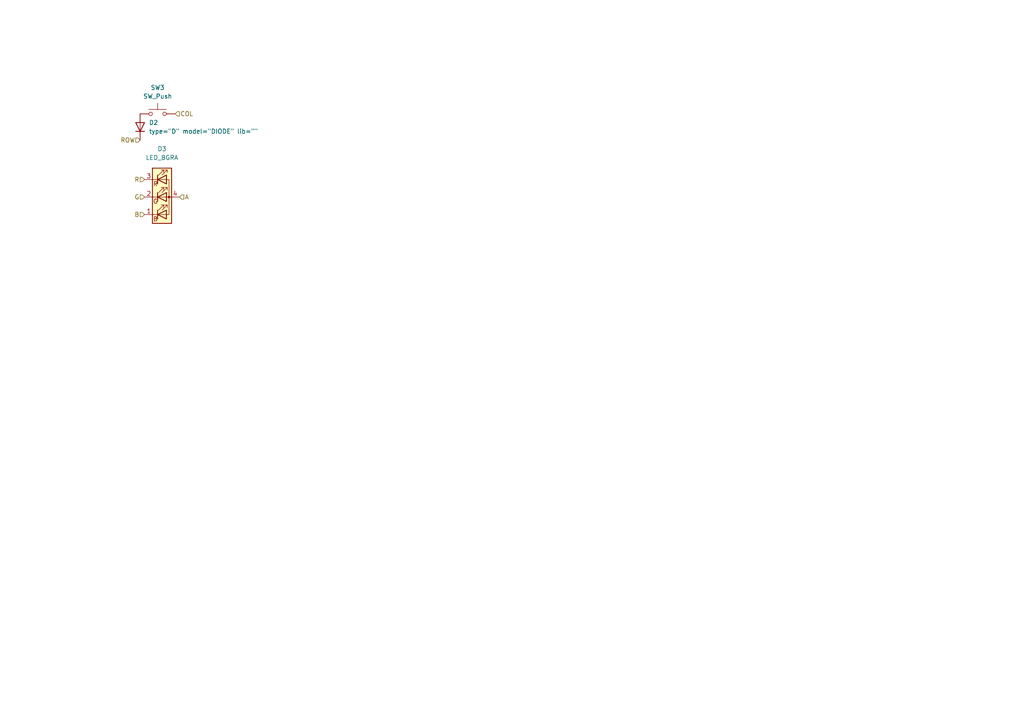
<source format=kicad_sch>
(kicad_sch (version 20211123) (generator eeschema)
  (paper "A4")
  (lib_symbols
    (symbol "Device:LED_BGRA" (pin_names (offset 0) hide)
      (property "Reference" "D" (at 0 9.398 0))
      (property "Value" "LED_BGRA" (at 0 -8.89 0))
      (symbol "LED_BGRA_0_0"
        (text "B" (at -1.905 -6.35 0) (effects (font (size 1.27 1.27))))
        (text "G" (at -1.905 -1.27 0) (effects (font (size 1.27 1.27))))
        (text "R" (at -1.905 3.81 0) (effects (font (size 1.27 1.27))))
      )
      (symbol "LED_BGRA_0_1"
        (polyline (pts (xy -1.27 -5.08) (xy -2.54 -5.08)))
        (polyline (pts (xy -1.27 -5.08) (xy 1.27 -5.08)))
        (polyline (pts (xy -1.27 -3.81) (xy -1.27 -6.35)) (stroke (width 0.254)))
        (polyline (pts (xy -1.27 0) (xy -2.54 0)))
        (polyline (pts (xy -1.27 1.27) (xy -1.27 -1.27)) (stroke (width 0.254)))
        (polyline (pts (xy -1.27 5.08) (xy -2.54 5.08)))
        (polyline (pts (xy -1.27 5.08) (xy 1.27 5.08)))
        (polyline (pts (xy -1.27 6.35) (xy -1.27 3.81)) (stroke (width 0.254)))
        (polyline (pts (xy 1.27 0) (xy -1.27 0)))
        (polyline (pts (xy 1.27 0) (xy 2.54 0)))
        (polyline (pts (xy -1.27 1.27) (xy -1.27 -1.27) (xy -1.27 -1.27)))
        (polyline (pts (xy -1.27 6.35) (xy -1.27 3.81) (xy -1.27 3.81)))
        (polyline (pts (xy 1.27 -5.08) (xy 2.032 -5.08) (xy 2.032 5.08) (xy 1.27 5.08)))
        (polyline (pts (xy 1.27 -3.81) (xy 1.27 -6.35) (xy -1.27 -5.08) (xy 1.27 -3.81)) (stroke (width 0.254)))
        (polyline (pts (xy 1.27 1.27) (xy 1.27 -1.27) (xy -1.27 0) (xy 1.27 1.27)) (stroke (width 0.254)))
        (polyline (pts (xy 1.27 6.35) (xy 1.27 3.81) (xy -1.27 5.08) (xy 1.27 6.35)) (stroke (width 0.254)))
        (polyline (pts (xy -1.016 -3.81) (xy 0.508 -2.286) (xy -0.254 -2.286) (xy 0.508 -2.286) (xy 0.508 -3.048)))
        (polyline (pts (xy -1.016 1.27) (xy 0.508 2.794) (xy -0.254 2.794) (xy 0.508 2.794) (xy 0.508 2.032)))
        (polyline (pts (xy -1.016 6.35) (xy 0.508 7.874) (xy -0.254 7.874) (xy 0.508 7.874) (xy 0.508 7.112)))
        (polyline (pts (xy 0 -3.81) (xy 1.524 -2.286) (xy 0.762 -2.286) (xy 1.524 -2.286) (xy 1.524 -3.048)))
        (polyline (pts (xy 0 1.27) (xy 1.524 2.794) (xy 0.762 2.794) (xy 1.524 2.794) (xy 1.524 2.032)))
        (polyline (pts (xy 0 6.35) (xy 1.524 7.874) (xy 0.762 7.874) (xy 1.524 7.874) (xy 1.524 7.112)))
        (rectangle (start 1.27 -1.27) (end 1.27 1.27))
        (rectangle (start 1.27 1.27) (end 1.27 1.27))
        (rectangle (start 1.27 3.81) (end 1.27 6.35))
        (rectangle (start 1.27 6.35) (end 1.27 6.35))
        (circle (center 2.032 0) (radius 0.254) (fill (type outline)))
        (rectangle (start 2.794 8.382) (end -2.794 -7.62) (stroke (width 0.254)) (fill (type background)))
      )
      (symbol "LED_BGRA_1_1"
        (pin passive line (at -5.08 -5.08 0) (length 2.54) (name "BK") (number "1"))
        (pin passive line (at -5.08 0 0) (length 2.54) (name "GK") (number "2"))
        (pin passive line (at -5.08 5.08 0) (length 2.54) (name "RK") (number "3"))
        (pin passive line (at 5.08 0 180) (length 2.54) (name "A") (number "4"))
      )
    )
    (symbol "Simulation_SPICE:DIODE" (pin_numbers hide) (pin_names (offset 1.016) hide)
      (property "Reference" "D" (at 0 2.54 0))
      (property "Value" "DIODE" (at 0 -2.54 0))
      (symbol "DIODE_0_1"
        (polyline (pts (xy 1.27 0) (xy -1.27 0)))
        (polyline (pts (xy 1.27 1.27) (xy 1.27 -1.27)) (stroke (width 0.254)))
        (polyline (pts (xy -1.27 -1.27) (xy -1.27 1.27) (xy 1.27 0) (xy -1.27 -1.27)) (stroke (width 0.254)))
      )
      (symbol "DIODE_1_1"
        (pin passive line (at -3.81 0 0) (length 2.54) (name "A") (number "1"))
        (pin passive line (at 3.81 0 180) (length 2.54) (name "K") (number "2"))
      )
    )
    (symbol "Switch:SW_Push" (pin_numbers hide) (pin_names (offset 1.016) hide)
      (property "Reference" "SW" (at 1.27 2.54 0))
      (property "Value" "SW_Push" (at 0 -1.524 0))
      (symbol "SW_Push_0_1"
        (circle (center -2.032 0) (radius 0.508))
        (polyline (pts (xy 0 1.27) (xy 0 3.048)))
        (polyline (pts (xy 2.54 1.27) (xy -2.54 1.27)))
        (circle (center 2.032 0) (radius 0.508))
        (pin passive line (at -5.08 0 0) (length 2.54) (name "1") (number "1"))
        (pin passive line (at 5.08 0 180) (length 2.54) (name "2") (number "2"))
      )
    )
  )
  (hierarchical_label "R" (shape input) (at 41.91 52.07 180))
  (hierarchical_label "A" (shape input) (at 52.07 57.15 0))
  (hierarchical_label "ROW" (shape input) (at 40.64 40.64 180))
  (hierarchical_label "COL" (shape input) (at 50.8 33.02 0))
  (hierarchical_label "G" (shape input) (at 41.91 57.15 180))
  (hierarchical_label "B" (shape input) (at 41.91 62.23 180))
  (symbol (lib_id "Device:LED_BGRA") (at 46.99 57.15 0) (unit 1)
    (property "Reference" "D3" (at 46.99 43.18 0))
    (property "Value" "LED_BGRA" (at 46.99 45.72 0))
  )
  (symbol (lib_id "Switch:SW_Push") (at 45.72 33.02 0) (unit 1)
    (property "Reference" "SW3" (at 45.72 25.4 0))
    (property "Value" "SW_Push" (at 45.72 27.94 0))
  )
  (symbol (lib_id "Simulation_SPICE:DIODE") (at 40.64 36.83 270) (unit 1)
    (property "Reference" "D2" (at 43.18 35.5599 90) (effects (justify left)))
    (property "Value" "DIODE" (at 43.18 38.0999 90) (effects (justify left)))
    (property "Spice_Netlist_Enabled" "Y" (effects hide))
    (property "Spice_Primitive" "D" (effects hide))
  )
)
</source>
